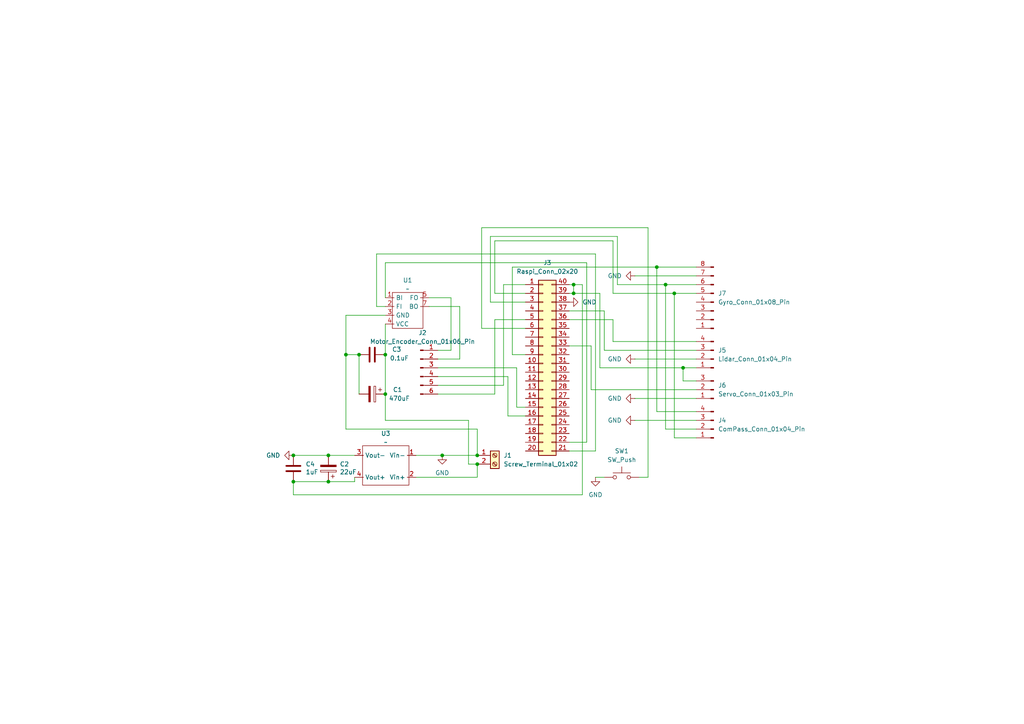
<source format=kicad_sch>
(kicad_sch (version 20250114) (generator "eeschema") (generator_version "9.0")
  (paper "A4")
  (title_block (title "wro-2025-FE") (date "2025-06-15") (rev "0"))
  (lib_symbols
    (symbol "Connector:Conn_01x03_Pin" (pin_names (offset 1.016) (hide yes))
      (property "Reference" "J" (at 0 5.08 0))
      (property "Value" "Conn_01x03_Pin" (at 0 -5.08 0))
      (symbol "Conn_01x03_Pin_1_1"
        (rectangle (start 0.8636 2.667) (end 0 2.413) (stroke (width 0.1524)) (fill (type outline)))
        (rectangle (start 0.8636 0.127) (end 0 -0.127) (stroke (width 0.1524)) (fill (type outline)))
        (rectangle (start 0.8636 -2.413) (end 0 -2.667) (stroke (width 0.1524)) (fill (type outline)))
        (polyline (pts (xy 1.27 2.54) (xy 0.8636 2.54)) (stroke (width 0.1524)))
        (polyline (pts (xy 1.27 0) (xy 0.8636 0)) (stroke (width 0.1524)))
        (polyline (pts (xy 1.27 -2.54) (xy 0.8636 -2.54)) (stroke (width 0.1524)))
        (pin passive line (at 5.08 2.54 180) (length 3.81) (name "Pin_1") (number "1"))
        (pin passive line (at 5.08 0 180) (length 3.81) (name "Pin_2") (number "2"))
        (pin passive line (at 5.08 -2.54 180) (length 3.81) (name "Pin_3") (number "3"))
      )
    )
    (symbol "Connector:Conn_01x04_Pin" (pin_names (offset 1.016) (hide yes))
      (property "Reference" "J" (at 0 5.08 0))
      (property "Value" "Conn_01x04_Pin" (at 0 -7.62 0))
      (symbol "Conn_01x04_Pin_1_1"
        (rectangle (start 0.8636 2.667) (end 0 2.413) (stroke (width 0.1524)) (fill (type outline)))
        (rectangle (start 0.8636 0.127) (end 0 -0.127) (stroke (width 0.1524)) (fill (type outline)))
        (rectangle (start 0.8636 -2.413) (end 0 -2.667) (stroke (width 0.1524)) (fill (type outline)))
        (rectangle (start 0.8636 -4.953) (end 0 -5.207) (stroke (width 0.1524)) (fill (type outline)))
        (polyline (pts (xy 1.27 2.54) (xy 0.8636 2.54)) (stroke (width 0.1524)))
        (polyline (pts (xy 1.27 0) (xy 0.8636 0)) (stroke (width 0.1524)))
        (polyline (pts (xy 1.27 -2.54) (xy 0.8636 -2.54)) (stroke (width 0.1524)))
        (polyline (pts (xy 1.27 -5.08) (xy 0.8636 -5.08)) (stroke (width 0.1524)))
        (pin passive line (at 5.08 2.54 180) (length 3.81) (name "Pin_1") (number "1"))
        (pin passive line (at 5.08 0 180) (length 3.81) (name "Pin_2") (number "2"))
        (pin passive line (at 5.08 -2.54 180) (length 3.81) (name "Pin_3") (number "3"))
        (pin passive line (at 5.08 -5.08 180) (length 3.81) (name "Pin_4") (number "4"))
      )
    )
    (symbol "Connector:Conn_01x06_Pin" (pin_names (offset 1.016) (hide yes))
      (property "Reference" "J" (at 0 7.62 0))
      (property "Value" "Conn_01x06_Pin" (at 0 -10.16 0))
      (symbol "Conn_01x06_Pin_1_1"
        (rectangle (start 0.8636 5.207) (end 0 4.953) (stroke (width 0.1524)) (fill (type outline)))
        (rectangle (start 0.8636 2.667) (end 0 2.413) (stroke (width 0.1524)) (fill (type outline)))
        (rectangle (start 0.8636 0.127) (end 0 -0.127) (stroke (width 0.1524)) (fill (type outline)))
        (rectangle (start 0.8636 -2.413) (end 0 -2.667) (stroke (width 0.1524)) (fill (type outline)))
        (rectangle (start 0.8636 -4.953) (end 0 -5.207) (stroke (width 0.1524)) (fill (type outline)))
        (rectangle (start 0.8636 -7.493) (end 0 -7.747) (stroke (width 0.1524)) (fill (type outline)))
        (polyline (pts (xy 1.27 5.08) (xy 0.8636 5.08)) (stroke (width 0.1524)))
        (polyline (pts (xy 1.27 2.54) (xy 0.8636 2.54)) (stroke (width 0.1524)))
        (polyline (pts (xy 1.27 0) (xy 0.8636 0)) (stroke (width 0.1524)))
        (polyline (pts (xy 1.27 -2.54) (xy 0.8636 -2.54)) (stroke (width 0.1524)))
        (polyline (pts (xy 1.27 -5.08) (xy 0.8636 -5.08)) (stroke (width 0.1524)))
        (polyline (pts (xy 1.27 -7.62) (xy 0.8636 -7.62)) (stroke (width 0.1524)))
        (pin passive line (at 5.08 5.08 180) (length 3.81) (name "Pin_1") (number "1"))
        (pin passive line (at 5.08 2.54 180) (length 3.81) (name "Pin_2") (number "2"))
        (pin passive line (at 5.08 0 180) (length 3.81) (name "Pin_3") (number "3"))
        (pin passive line (at 5.08 -2.54 180) (length 3.81) (name "Pin_4") (number "4"))
        (pin passive line (at 5.08 -5.08 180) (length 3.81) (name "Pin_5") (number "5"))
        (pin passive line (at 5.08 -7.62 180) (length 3.81) (name "Pin_6") (number "6"))
      )
    )
    (symbol "Connector:Conn_01x08_Pin" (pin_names (offset 1.016) (hide yes))
      (property "Reference" "J" (at 0 10.16 0))
      (property "Value" "Conn_01x08_Pin" (at 0 -12.7 0))
      (symbol "Conn_01x08_Pin_1_1"
        (rectangle (start 0.8636 7.747) (end 0 7.493) (stroke (width 0.1524)) (fill (type outline)))
        (rectangle (start 0.8636 5.207) (end 0 4.953) (stroke (width 0.1524)) (fill (type outline)))
        (rectangle (start 0.8636 2.667) (end 0 2.413) (stroke (width 0.1524)) (fill (type outline)))
        (rectangle (start 0.8636 0.127) (end 0 -0.127) (stroke (width 0.1524)) (fill (type outline)))
        (rectangle (start 0.8636 -2.413) (end 0 -2.667) (stroke (width 0.1524)) (fill (type outline)))
        (rectangle (start 0.8636 -4.953) (end 0 -5.207) (stroke (width 0.1524)) (fill (type outline)))
        (rectangle (start 0.8636 -7.493) (end 0 -7.747) (stroke (width 0.1524)) (fill (type outline)))
        (rectangle (start 0.8636 -10.033) (end 0 -10.287) (stroke (width 0.1524)) (fill (type outline)))
        (polyline (pts (xy 1.27 7.62) (xy 0.8636 7.62)) (stroke (width 0.1524)))
        (polyline (pts (xy 1.27 5.08) (xy 0.8636 5.08)) (stroke (width 0.1524)))
        (polyline (pts (xy 1.27 2.54) (xy 0.8636 2.54)) (stroke (width 0.1524)))
        (polyline (pts (xy 1.27 0) (xy 0.8636 0)) (stroke (width 0.1524)))
        (polyline (pts (xy 1.27 -2.54) (xy 0.8636 -2.54)) (stroke (width 0.1524)))
        (polyline (pts (xy 1.27 -5.08) (xy 0.8636 -5.08)) (stroke (width 0.1524)))
        (polyline (pts (xy 1.27 -7.62) (xy 0.8636 -7.62)) (stroke (width 0.1524)))
        (polyline (pts (xy 1.27 -10.16) (xy 0.8636 -10.16)) (stroke (width 0.1524)))
        (pin passive line (at 5.08 7.62 180) (length 3.81) (name "Pin_1") (number "1"))
        (pin passive line (at 5.08 5.08 180) (length 3.81) (name "Pin_2") (number "2"))
        (pin passive line (at 5.08 2.54 180) (length 3.81) (name "Pin_3") (number "3"))
        (pin passive line (at 5.08 0 180) (length 3.81) (name "Pin_4") (number "4"))
        (pin passive line (at 5.08 -2.54 180) (length 3.81) (name "Pin_5") (number "5"))
        (pin passive line (at 5.08 -5.08 180) (length 3.81) (name "Pin_6") (number "6"))
        (pin passive line (at 5.08 -7.62 180) (length 3.81) (name "Pin_7") (number "7"))
        (pin passive line (at 5.08 -10.16 180) (length 3.81) (name "Pin_8") (number "8"))
      )
    )
    (symbol "Connector:Screw_Terminal_01x02" (pin_names (offset 1.016) (hide yes))
      (property "Reference" "J" (at 0 2.54 0))
      (property "Value" "Screw_Terminal_01x02" (at 0 -5.08 0))
      (symbol "Screw_Terminal_01x02_1_1"
        (rectangle (start -1.27 1.27) (end 1.27 -3.81) (stroke (width 0.254)) (fill (type background)))
        (polyline (pts (xy -0.5334 0.3302) (xy 0.3302 -0.508)) (stroke (width 0.1524)))
        (polyline (pts (xy -0.5334 -2.2098) (xy 0.3302 -3.048)) (stroke (width 0.1524)))
        (polyline (pts (xy -0.3556 0.508) (xy 0.508 -0.3302)) (stroke (width 0.1524)))
        (polyline (pts (xy -0.3556 -2.032) (xy 0.508 -2.8702)) (stroke (width 0.1524)))
        (circle (center 0 0) (radius 0.635) (stroke (width 0.1524)))
        (circle (center 0 -2.54) (radius 0.635) (stroke (width 0.1524)))
        (pin passive line (at -5.08 0 0) (length 3.81) (name "Pin_1") (number "1"))
        (pin passive line (at -5.08 -2.54 0) (length 3.81) (name "Pin_2") (number "2"))
      )
    )
    (symbol "Connector_Generic:Conn_02x20_Counter_Clockwise" (pin_names (offset 1.016) (hide yes))
      (property "Reference" "J" (at 1.27 25.4 0))
      (property "Value" "Conn_02x20_Counter_Clockwise" (at 1.27 -27.94 0))
      (symbol "Conn_02x20_Counter_Clockwise_1_1"
        (rectangle (start -1.27 24.13) (end 3.81 -26.67) (stroke (width 0.254)) (fill (type background)))
        (rectangle (start -1.27 22.987) (end 0 22.733) (stroke (width 0.1524)))
        (rectangle (start -1.27 20.447) (end 0 20.193) (stroke (width 0.1524)))
        (rectangle (start -1.27 17.907) (end 0 17.653) (stroke (width 0.1524)))
        (rectangle (start -1.27 15.367) (end 0 15.113) (stroke (width 0.1524)))
        (rectangle (start -1.27 12.827) (end 0 12.573) (stroke (width 0.1524)))
        (rectangle (start -1.27 10.287) (end 0 10.033) (stroke (width 0.1524)))
        (rectangle (start -1.27 7.747) (end 0 7.493) (stroke (width 0.1524)))
        (rectangle (start -1.27 5.207) (end 0 4.953) (stroke (width 0.1524)))
        (rectangle (start -1.27 2.667) (end 0 2.413) (stroke (width 0.1524)))
        (rectangle (start -1.27 0.127) (end 0 -0.127) (stroke (width 0.1524)))
        (rectangle (start -1.27 -2.413) (end 0 -2.667) (stroke (width 0.1524)))
        (rectangle (start -1.27 -4.953) (end 0 -5.207) (stroke (width 0.1524)))
        (rectangle (start -1.27 -7.493) (end 0 -7.747) (stroke (width 0.1524)))
        (rectangle (start -1.27 -10.033) (end 0 -10.287) (stroke (width 0.1524)))
        (rectangle (start -1.27 -12.573) (end 0 -12.827) (stroke (width 0.1524)))
        (rectangle (start -1.27 -15.113) (end 0 -15.367) (stroke (width 0.1524)))
        (rectangle (start -1.27 -17.653) (end 0 -17.907) (stroke (width 0.1524)))
        (rectangle (start -1.27 -20.193) (end 0 -20.447) (stroke (width 0.1524)))
        (rectangle (start -1.27 -22.733) (end 0 -22.987) (stroke (width 0.1524)))
        (rectangle (start -1.27 -25.273) (end 0 -25.527) (stroke (width 0.1524)))
        (rectangle (start 3.81 22.987) (end 2.54 22.733) (stroke (width 0.1524)))
        (rectangle (start 3.81 20.447) (end 2.54 20.193) (stroke (width 0.1524)))
        (rectangle (start 3.81 17.907) (end 2.54 17.653) (stroke (width 0.1524)))
        (rectangle (start 3.81 15.367) (end 2.54 15.113) (stroke (width 0.1524)))
        (rectangle (start 3.81 12.827) (end 2.54 12.573) (stroke (width 0.1524)))
        (rectangle (start 3.81 10.287) (end 2.54 10.033) (stroke (width 0.1524)))
        (rectangle (start 3.81 7.747) (end 2.54 7.493) (stroke (width 0.1524)))
        (rectangle (start 3.81 5.207) (end 2.54 4.953) (stroke (width 0.1524)))
        (rectangle (start 3.81 2.667) (end 2.54 2.413) (stroke (width 0.1524)))
        (rectangle (start 3.81 0.127) (end 2.54 -0.127) (stroke (width 0.1524)))
        (rectangle (start 3.81 -2.413) (end 2.54 -2.667) (stroke (width 0.1524)))
        (rectangle (start 3.81 -4.953) (end 2.54 -5.207) (stroke (width 0.1524)))
        (rectangle (start 3.81 -7.493) (end 2.54 -7.747) (stroke (width 0.1524)))
        (rectangle (start 3.81 -10.033) (end 2.54 -10.287) (stroke (width 0.1524)))
        (rectangle (start 3.81 -12.573) (end 2.54 -12.827) (stroke (width 0.1524)))
        (rectangle (start 3.81 -15.113) (end 2.54 -15.367) (stroke (width 0.1524)))
        (rectangle (start 3.81 -17.653) (end 2.54 -17.907) (stroke (width 0.1524)))
        (rectangle (start 3.81 -20.193) (end 2.54 -20.447) (stroke (width 0.1524)))
        (rectangle (start 3.81 -22.733) (end 2.54 -22.987) (stroke (width 0.1524)))
        (rectangle (start 3.81 -25.273) (end 2.54 -25.527) (stroke (width 0.1524)))
        (pin passive line (at -5.08 22.86 0) (length 3.81) (name "Pin_1") (number "1"))
        (pin passive line (at -5.08 20.32 0) (length 3.81) (name "Pin_2") (number "2"))
        (pin passive line (at -5.08 17.78 0) (length 3.81) (name "Pin_3") (number "3"))
        (pin passive line (at -5.08 15.24 0) (length 3.81) (name "Pin_4") (number "4"))
        (pin passive line (at -5.08 12.7 0) (length 3.81) (name "Pin_5") (number "5"))
        (pin passive line (at -5.08 10.16 0) (length 3.81) (name "Pin_6") (number "6"))
        (pin passive line (at -5.08 7.62 0) (length 3.81) (name "Pin_7") (number "7"))
        (pin passive line (at -5.08 5.08 0) (length 3.81) (name "Pin_8") (number "8"))
        (pin passive line (at -5.08 2.54 0) (length 3.81) (name "Pin_9") (number "9"))
        (pin passive line (at -5.08 0 0) (length 3.81) (name "Pin_10") (number "10"))
        (pin passive line (at -5.08 -2.54 0) (length 3.81) (name "Pin_11") (number "11"))
        (pin passive line (at -5.08 -5.08 0) (length 3.81) (name "Pin_12") (number "12"))
        (pin passive line (at -5.08 -7.62 0) (length 3.81) (name "Pin_13") (number "13"))
        (pin passive line (at -5.08 -10.16 0) (length 3.81) (name "Pin_14") (number "14"))
        (pin passive line (at -5.08 -12.7 0) (length 3.81) (name "Pin_15") (number "15"))
        (pin passive line (at -5.08 -15.24 0) (length 3.81) (name "Pin_16") (number "16"))
        (pin passive line (at -5.08 -17.78 0) (length 3.81) (name "Pin_17") (number "17"))
        (pin passive line (at -5.08 -20.32 0) (length 3.81) (name "Pin_18") (number "18"))
        (pin passive line (at -5.08 -22.86 0) (length 3.81) (name "Pin_19") (number "19"))
        (pin passive line (at -5.08 -25.4 0) (length 3.81) (name "Pin_20") (number "20"))
        (pin passive line (at 7.62 22.86 180) (length 3.81) (name "Pin_40") (number "40"))
        (pin passive line (at 7.62 20.32 180) (length 3.81) (name "Pin_39") (number "39"))
        (pin passive line (at 7.62 17.78 180) (length 3.81) (name "Pin_38") (number "38"))
        (pin passive line (at 7.62 15.24 180) (length 3.81) (name "Pin_37") (number "37"))
        (pin passive line (at 7.62 12.7 180) (length 3.81) (name "Pin_36") (number "36"))
        (pin passive line (at 7.62 10.16 180) (length 3.81) (name "Pin_35") (number "35"))
        (pin passive line (at 7.62 7.62 180) (length 3.81) (name "Pin_34") (number "34"))
        (pin passive line (at 7.62 5.08 180) (length 3.81) (name "Pin_33") (number "33"))
        (pin passive line (at 7.62 2.54 180) (length 3.81) (name "Pin_32") (number "32"))
        (pin passive line (at 7.62 0 180) (length 3.81) (name "Pin_31") (number "31"))
        (pin passive line (at 7.62 -2.54 180) (length 3.81) (name "Pin_30") (number "30"))
        (pin passive line (at 7.62 -5.08 180) (length 3.81) (name "Pin_29") (number "29"))
        (pin passive line (at 7.62 -7.62 180) (length 3.81) (name "Pin_28") (number "28"))
        (pin passive line (at 7.62 -10.16 180) (length 3.81) (name "Pin_27") (number "27"))
        (pin passive line (at 7.62 -12.7 180) (length 3.81) (name "Pin_26") (number "26"))
        (pin passive line (at 7.62 -15.24 180) (length 3.81) (name "Pin_25") (number "25"))
        (pin passive line (at 7.62 -17.78 180) (length 3.81) (name "Pin_24") (number "24"))
        (pin passive line (at 7.62 -20.32 180) (length 3.81) (name "Pin_23") (number "23"))
        (pin passive line (at 7.62 -22.86 180) (length 3.81) (name "Pin_22") (number "22"))
        (pin passive line (at 7.62 -25.4 180) (length 3.81) (name "Pin_21") (number "21"))
      )
    )
    (symbol "Device:C" (pin_numbers (hide yes)) (pin_names (offset 0.254))
      (property "Reference" "C" (at 0.635 2.54 0))
      (property "Value" "C" (at 0.635 -2.54 0))
      (symbol "C_0_1"
        (polyline (pts (xy -2.032 0.762) (xy 2.032 0.762)) (stroke (width 0.508)))
        (polyline (pts (xy -2.032 -0.762) (xy 2.032 -0.762)) (stroke (width 0.508)))
      )
      (symbol "C_1_1"
        (pin passive line (at 0 3.81 270) (length 2.794) (name "~") (number "1"))
        (pin passive line (at 0 -3.81 90) (length 2.794) (name "~") (number "2"))
      )
    )
    (symbol "Device:C_Polarized" (pin_numbers (hide yes)) (pin_names (offset 0.254))
      (property "Reference" "C" (at 0.635 2.54 0))
      (property "Value" "C_Polarized" (at 0.635 -2.54 0))
      (symbol "C_Polarized_0_1"
        (rectangle (start -2.286 0.508) (end 2.286 1.016))
        (polyline (pts (xy -1.778 2.286) (xy -0.762 2.286)))
        (polyline (pts (xy -1.27 2.794) (xy -1.27 1.778)))
        (rectangle (start 2.286 -0.508) (end -2.286 -1.016) (fill (type outline)))
      )
      (symbol "C_Polarized_1_1"
        (pin passive line (at 0 3.81 270) (length 2.794) (name "~") (number "1"))
        (pin passive line (at 0 -3.81 90) (length 2.794) (name "~") (number "2"))
      )
    )
    (symbol "Switch:SW_Push" (pin_numbers (hide yes)) (pin_names (offset 1.016) (hide yes))
      (property "Reference" "SW" (at 1.27 2.54 0))
      (property "Value" "SW_Push" (at 0 -1.524 0))
      (symbol "SW_Push_0_1"
        (circle (center -2.032 0) (radius 0.508))
        (polyline (pts (xy 0 1.27) (xy 0 3.048)))
        (circle (center 2.032 0) (radius 0.508))
        (polyline (pts (xy 2.54 1.27) (xy -2.54 1.27)))
        (pin passive line (at -5.08 0 0) (length 2.54) (name "1") (number "1"))
        (pin passive line (at 5.08 0 180) (length 2.54) (name "2") (number "2"))
      )
    )
    (symbol "custom:TA6586"
      (property "Reference" "U" (at 0 0 0))
      (symbol "TA6586_0_1"
        (rectangle (start -4.318 5.334) (end 4.572 -5.08))
      )
      (symbol "TA6586_1_1"
        (pin input line (at -6.35 3.81 0) (length 2.54) (name "BI") (number "1"))
        (pin input line (at -6.35 1.27 0) (length 2.54) (name "FI") (number "2"))
        (pin power_in line (at -6.35 -1.27 0) (length 2.54) (name "GND") (number "3"))
        (pin power_in line (at -6.35 -3.81 0) (length 2.54) (name "VCC") (number "4"))
        (pin power_out line (at 6.35 3.81 180) (length 2.54) (name "FO") (number "5"))
        (pin power_out line (at 6.35 1.27 180) (length 2.54) (name "BO") (number "7"))
      )
    )
    (symbol "custom:voltage_regulator"
      (property "Reference" "U" (at 0 0 0))
      (symbol "voltage_regulator_0_1"
        (rectangle (start -6.604 5.334) (end 6.858 -6.096))
      )
      (symbol "voltage_regulator_1_1"
        (pin power_out line (at -8.89 2.54 0) (length 2.54) (name "Vout-") (number "3"))
        (pin power_out line (at -8.89 -3.81 0) (length 2.54) (name "Vout+") (number "4"))
        (pin power_in line (at 8.89 2.54 180) (length 2.54) (name "Vin-") (number "1"))
        (pin power_in line (at 8.89 -3.81 180) (length 2.54) (name "Vin+") (number "2"))
      )
    )
    (symbol "power:GND" (power) (pin_numbers (hide yes)) (pin_names (offset 0) (hide yes))
      (property "Value" "GND" (at 0 -3.81 0))
      (symbol "GND_0_1"
        (polyline (pts (xy 0 0) (xy 0 -1.27) (xy 1.27 -1.27) (xy 0 -2.54) (xy -1.27 -1.27) (xy 0 -1.27)))
      )
      (symbol "GND_1_1"
        (pin power_in line (at 0 0 270) (length 0) (name "~") (number "1"))
      )
    )
  )
  (junction (at 166.37 82.55))
  (junction (at 100.33 102.87))
  (junction (at 85.09 139.7))
  (junction (at 111.76 102.87))
  (junction (at 104.14 102.87))
  (junction (at 85.09 132.08))
  (junction (at 195.58 85.09))
  (junction (at 128.27 132.08))
  (junction (at 95.25 132.08))
  (junction (at 190.5 77.47))
  (junction (at 138.43 132.08))
  (junction (at 166.37 85.09))
  (junction (at 111.76 114.3))
  (junction (at 138.43 134.62))
  (junction (at 95.25 139.7))
  (junction (at 193.04 82.55))
  (junction (at 198.12 106.68))
  (wire (pts (xy 177.8 69.85) (xy 143.51 69.85)))
  (wire (pts (xy 195.58 85.09) (xy 195.58 127)))
  (wire (pts (xy 111.76 121.92) (xy 135.89 121.92)))
  (wire (pts (xy 198.12 106.68) (xy 198.12 110.49)))
  (wire (pts (xy 111.76 93.98) (xy 111.76 102.87)))
  (wire (pts (xy 143.51 85.09) (xy 152.4 85.09)))
  (wire (pts (xy 193.04 82.55) (xy 193.04 124.46)))
  (wire (pts (xy 198.12 106.68) (xy 201.93 106.68)))
  (wire (pts (xy 190.5 119.38) (xy 201.93 119.38)))
  (wire (pts (xy 143.51 92.71) (xy 152.4 92.71)))
  (wire (pts (xy 100.33 102.87) (xy 104.14 102.87)))
  (wire (pts (xy 130.81 101.6) (xy 127 101.6)))
  (wire (pts (xy 147.32 109.22) (xy 147.32 120.65)))
  (wire (pts (xy 147.32 120.65) (xy 152.4 120.65)))
  (wire (pts (xy 120.65 138.43) (xy 138.43 138.43)))
  (wire (pts (xy 165.1 130.81) (xy 172.72 130.81)))
  (wire (pts (xy 166.37 82.55) (xy 165.1 82.55)))
  (wire (pts (xy 142.24 87.63) (xy 152.4 87.63)))
  (wire (pts (xy 166.37 82.55) (xy 166.37 85.09)))
  (wire (pts (xy 102.87 138.43) (xy 102.87 139.7)))
  (wire (pts (xy 165.1 85.09) (xy 166.37 85.09)))
  (wire (pts (xy 170.18 76.2) (xy 170.18 128.27)))
  (wire (pts (xy 135.89 134.62) (xy 138.43 134.62)))
  (wire (pts (xy 85.09 139.7) (xy 95.25 139.7)))
  (wire (pts (xy 142.24 68.58) (xy 142.24 87.63)))
  (wire (pts (xy 148.59 102.87) (xy 152.4 102.87)))
  (wire (pts (xy 127 114.3) (xy 143.51 114.3)))
  (wire (pts (xy 100.33 91.44) (xy 100.33 102.87)))
  (wire (pts (xy 201.93 82.55) (xy 193.04 82.55)))
  (wire (pts (xy 130.81 86.36) (xy 130.81 101.6)))
  (wire (pts (xy 102.87 139.7) (xy 95.25 139.7)))
  (wire (pts (xy 166.37 85.09) (xy 173.99 85.09)))
  (wire (pts (xy 128.27 132.08) (xy 138.43 132.08)))
  (wire (pts (xy 179.07 82.55) (xy 179.07 68.58)))
  (wire (pts (xy 187.96 138.43) (xy 185.42 138.43)))
  (wire (pts (xy 139.7 95.25) (xy 139.7 66.04)))
  (wire (pts (xy 187.96 66.04) (xy 187.96 138.43)))
  (wire (pts (xy 184.15 104.14) (xy 201.93 104.14)))
  (wire (pts (xy 171.45 100.33) (xy 171.45 113.03)))
  (wire (pts (xy 173.99 106.68) (xy 198.12 106.68)))
  (wire (pts (xy 172.72 73.66) (xy 172.72 130.81)))
  (wire (pts (xy 111.76 114.3) (xy 111.76 121.92)))
  (wire (pts (xy 138.43 124.46) (xy 138.43 132.08)))
  (wire (pts (xy 190.5 77.47) (xy 190.5 119.38)))
  (wire (pts (xy 111.76 88.9) (xy 109.22 88.9)))
  (wire (pts (xy 85.09 139.7) (xy 85.09 143.51)))
  (wire (pts (xy 109.22 88.9) (xy 109.22 73.66)))
  (wire (pts (xy 195.58 127) (xy 201.93 127)))
  (wire (pts (xy 127 111.76) (xy 146.05 111.76)))
  (wire (pts (xy 170.18 128.27) (xy 165.1 128.27)))
  (wire (pts (xy 120.65 132.08) (xy 128.27 132.08)))
  (wire (pts (xy 190.5 77.47) (xy 148.59 77.47)))
  (wire (pts (xy 201.93 77.47) (xy 190.5 77.47)))
  (wire (pts (xy 201.93 85.09) (xy 195.58 85.09)))
  (wire (pts (xy 127 106.68) (xy 149.86 106.68)))
  (wire (pts (xy 184.15 121.92) (xy 201.93 121.92)))
  (wire (pts (xy 135.89 121.92) (xy 135.89 134.62)))
  (wire (pts (xy 124.46 88.9) (xy 133.35 88.9)))
  (wire (pts (xy 143.51 114.3) (xy 143.51 92.71)))
  (wire (pts (xy 184.15 115.57) (xy 201.93 115.57)))
  (wire (pts (xy 146.05 111.76) (xy 146.05 82.55)))
  (wire (pts (xy 139.7 66.04) (xy 187.96 66.04)))
  (wire (pts (xy 100.33 102.87) (xy 100.33 124.46)))
  (wire (pts (xy 146.05 82.55) (xy 152.4 82.55)))
  (wire (pts (xy 177.8 92.71) (xy 177.8 99.06)))
  (wire (pts (xy 168.91 143.51) (xy 168.91 82.55)))
  (wire (pts (xy 172.72 138.43) (xy 175.26 138.43)))
  (wire (pts (xy 104.14 102.87) (xy 104.14 114.3)))
  (wire (pts (xy 152.4 95.25) (xy 139.7 95.25)))
  (wire (pts (xy 184.15 80.01) (xy 201.93 80.01)))
  (wire (pts (xy 133.35 88.9) (xy 133.35 104.14)))
  (wire (pts (xy 177.8 99.06) (xy 201.93 99.06)))
  (wire (pts (xy 143.51 69.85) (xy 143.51 85.09)))
  (wire (pts (xy 168.91 82.55) (xy 166.37 82.55)))
  (wire (pts (xy 175.26 101.6) (xy 201.93 101.6)))
  (wire (pts (xy 109.22 73.66) (xy 172.72 73.66)))
  (wire (pts (xy 165.1 90.17) (xy 175.26 90.17)))
  (wire (pts (xy 85.09 143.51) (xy 168.91 143.51)))
  (wire (pts (xy 177.8 69.85) (xy 177.8 85.09)))
  (wire (pts (xy 179.07 82.55) (xy 193.04 82.55)))
  (wire (pts (xy 165.1 100.33) (xy 171.45 100.33)))
  (wire (pts (xy 165.1 92.71) (xy 177.8 92.71)))
  (wire (pts (xy 95.25 132.08) (xy 102.87 132.08)))
  (wire (pts (xy 175.26 90.17) (xy 175.26 101.6)))
  (wire (pts (xy 149.86 106.68) (xy 149.86 118.11)))
  (wire (pts (xy 100.33 91.44) (xy 111.76 91.44)))
  (wire (pts (xy 127 109.22) (xy 147.32 109.22)))
  (wire (pts (xy 111.76 102.87) (xy 111.76 114.3)))
  (wire (pts (xy 149.86 118.11) (xy 152.4 118.11)))
  (wire (pts (xy 124.46 86.36) (xy 130.81 86.36)))
  (wire (pts (xy 111.76 76.2) (xy 170.18 76.2)))
  (wire (pts (xy 171.45 113.03) (xy 201.93 113.03)))
  (wire (pts (xy 193.04 124.46) (xy 201.93 124.46)))
  (wire (pts (xy 138.43 138.43) (xy 138.43 134.62)))
  (wire (pts (xy 177.8 85.09) (xy 195.58 85.09)))
  (wire (pts (xy 148.59 77.47) (xy 148.59 102.87)))
  (wire (pts (xy 100.33 124.46) (xy 138.43 124.46)))
  (wire (pts (xy 133.35 104.14) (xy 127 104.14)))
  (wire (pts (xy 198.12 110.49) (xy 201.93 110.49)))
  (wire (pts (xy 173.99 85.09) (xy 173.99 106.68)))
  (wire (pts (xy 85.09 132.08) (xy 95.25 132.08)))
  (wire (pts (xy 179.07 68.58) (xy 142.24 68.58)))
  (wire (pts (xy 111.76 86.36) (xy 111.76 76.2)))
  (symbol (lib_id "custom:voltage_regulator") (at 111.76 134.62 0) (unit 1)
    (property "Reference" "U3" (at 111.887 125.73 0))
    (property "Value" "~" (at 111.887 128.27 0))
    (property "Footprint" "wro-fe-25:Voltage_Regulator_MP1584" (effects (hide yes)))
  )
  (symbol (lib_id "power:GND") (at 128.27 132.08 0) (unit 1)
    (property "Reference" "#PWR02" (effects (hide yes)))
    (property "Value" "GND" (at 128.27 137.16 0))
    (property "Description" "Power symbol creates a global label with name \"GND\" , ground" (effects (hide yes)))
  )
  (symbol (lib_id "custom:TA6586") (at 118.11 90.17 0) (unit 1)
    (property "Reference" "U1" (at 118.237 81.28 0))
    (property "Value" "~" (at 118.237 83.82 0))
    (property "Footprint" "Package_DIP:DIP-8_W7.62mm" (effects (hide yes)))
  )
  (symbol (lib_id "power:GND") (at 184.15 104.14 270) (unit 1)
    (property "Reference" "#PWR05" (effects (hide yes)))
    (property "Value" "GND" (at 180.34 104.1399 90) (effects (justify right)))
    (property "Description" "Power symbol creates a global label with name \"GND\" , ground" (effects (hide yes)))
  )
  (symbol (lib_id "Connector_Generic:Conn_02x20_Counter_Clockwise") (at 157.48 105.41 0) (unit 1)
    (property "Reference" "J3" (at 158.75 76.2 0))
    (property "Value" "Raspi_Conn_02x20" (at 158.75 78.74 0))
    (property "Footprint" "Connector_PinHeader_2.54mm:PinHeader_2x20_P2.54mm_Vertical_SMD" (effects (hide yes)))
    (property "Description" "Generic connector, double row, 02x20, counter clockwise pin numbering scheme (similar to DIP package numbering), script generated (kicad-library-utils/schlib/autogen/connector/)" (effects (hide yes)))
  )
  (symbol (lib_id "power:GND") (at 165.1 87.63 90) (unit 1)
    (property "Reference" "#PWR03" (effects (hide yes)))
    (property "Value" "GND" (at 168.91 87.6299 90) (effects (justify right)))
    (property "Description" "Power symbol creates a global label with name \"GND\" , ground" (effects (hide yes)))
  )
  (symbol (lib_id "Connector:Conn_01x06_Pin") (at 121.92 106.68 0) (unit 1)
    (property "Reference" "J2" (at 122.555 96.52 0))
    (property "Value" "Motor_Encoder_Conn_01x06_Pin" (at 122.555 99.06 0))
    (property "Footprint" "Connector_PinHeader_2.54mm:PinHeader_1x06_P2.54mm_Vertical" (effects (hide yes)))
    (property "Description" "Generic connector, single row, 01x06, script generated" (effects (hide yes)))
  )
  (symbol (lib_id "Device:C") (at 85.09 135.89 0) (unit 1)
    (property "Reference" "C4" (at 88.646 134.62 0) (effects (justify left)))
    (property "Value" "1uF" (at 88.646 136.906 0) (effects (justify left)))
    (property "Footprint" "Capacitor_THT:C_Disc_D4.3mm_W1.9mm_P5.00mm" (effects (hide yes)))
    (property "Description" "Unpolarized capacitor" (effects (hide yes)))
  )
  (symbol (lib_id "power:GND") (at 85.09 132.08 270) (unit 1)
    (property "Reference" "#PWR01" (effects (hide yes)))
    (property "Value" "GND" (at 81.28 132.0799 90) (effects (justify right)))
    (property "Description" "Power symbol creates a global label with name \"GND\" , ground" (effects (hide yes)))
  )
  (symbol (lib_id "Switch:SW_Push") (at 180.34 138.43 0) (unit 1)
    (property "Reference" "SW1" (at 180.34 130.81 0))
    (property "Value" "SW_Push" (at 180.34 133.35 0))
    (property "Footprint" "wro-fe-25:Tact_Switch_TL59AF160Q_E-Switch" (effects (hide yes)))
    (property "Description" "Push button switch, generic, two pins" (effects (hide yes)))
  )
  (symbol (lib_id "Connector:Screw_Terminal_01x02") (at 143.51 132.08 0) (unit 1)
    (property "Reference" "J1" (at 146.05 132.0799 0) (effects (justify left)))
    (property "Value" "Screw_Terminal_01x02" (at 146.05 134.6199 0) (effects (justify left)))
    (property "Footprint" "TerminalBlock_TE-Connectivity:TerminalBlock_TE_282834-2_1x02_P5.08mm_Horizontal" (effects (hide yes)))
    (property "Description" "Generic screw terminal, single row, 01x02, script generated (kicad-library-utils/schlib/autogen/connector/)" (effects (hide yes)))
  )
  (symbol (lib_id "power:GND") (at 184.15 80.01 270) (unit 1)
    (property "Reference" "#PWR04" (effects (hide yes)))
    (property "Value" "GND" (at 180.34 80.0099 90) (effects (justify right)))
    (property "Description" "Power symbol creates a global label with name \"GND\" , ground" (effects (hide yes)))
  )
  (symbol (lib_id "power:GND") (at 184.15 115.57 270) (unit 1)
    (property "Reference" "#PWR06" (effects (hide yes)))
    (property "Value" "GND" (at 180.34 115.5699 90) (effects (justify right)))
    (property "Description" "Power symbol creates a global label with name \"GND\" , ground" (effects (hide yes)))
  )
  (symbol (lib_id "Connector:Conn_01x03_Pin") (at 207.01 113.03 180) (unit 1)
    (property "Reference" "J6" (at 208.28 111.7599 0) (effects (justify right)))
    (property "Value" "Servo_Conn_01x03_Pin" (at 208.28 114.2999 0) (effects (justify right)))
    (property "Footprint" "Connector_PinHeader_2.54mm:PinHeader_1x03_P2.54mm_Vertical" (effects (hide yes)))
    (property "Description" "Generic connector, single row, 01x03, script generated" (effects (hide yes)))
  )
  (symbol (lib_id "Device:C_Polarized") (at 95.25 135.89 180) (unit 1)
    (property "Reference" "C2" (at 98.552 134.62 0) (effects (justify right)))
    (property "Value" "22uF" (at 98.552 136.906 0) (effects (justify right)))
    (property "Footprint" "Capacitor_THT:CP_Radial_D5.0mm_P2.50mm" (effects (hide yes)))
    (property "Description" "Polarized capacitor" (effects (hide yes)))
  )
  (symbol (lib_id "power:GND") (at 184.15 121.92 270) (unit 1)
    (property "Reference" "#PWR08" (effects (hide yes)))
    (property "Value" "GND" (at 180.34 121.9199 90) (effects (justify right)))
    (property "Description" "Power symbol creates a global label with name \"GND\" , ground" (effects (hide yes)))
  )
  (symbol (lib_id "Connector:Conn_01x08_Pin") (at 207.01 87.63 180) (unit 1)
    (property "Reference" "J7" (at 208.28 85.0899 0) (effects (justify right)))
    (property "Value" "Gyro_Conn_01x08_Pin" (at 208.28 87.6299 0) (effects (justify right)))
    (property "Footprint" "Connector_PinHeader_2.54mm:PinHeader_1x08_P2.54mm_Vertical" (effects (hide yes)))
    (property "Description" "Generic connector, single row, 01x08, script generated" (effects (hide yes)))
  )
  (symbol (lib_id "Connector:Conn_01x04_Pin") (at 207.01 124.46 180) (unit 1)
    (property "Reference" "J4" (at 208.28 121.9199 0) (effects (justify right)))
    (property "Value" "ComPass_Conn_01x04_Pin" (at 208.28 124.4599 0) (effects (justify right)))
    (property "Footprint" "Connector_PinHeader_2.54mm:PinHeader_1x04_P2.54mm_Vertical" (effects (hide yes)))
    (property "Description" "Generic connector, single row, 01x04, script generated" (effects (hide yes)))
  )
  (symbol (lib_id "power:GND") (at 172.72 138.43 0) (unit 1)
    (property "Reference" "#PWR07" (effects (hide yes)))
    (property "Value" "GND" (at 172.72 143.51 0))
    (property "Description" "Power symbol creates a global label with name \"GND\" , ground" (effects (hide yes)))
  )
  (symbol (lib_id "Device:C_Polarized") (at 107.95 114.3 270) (unit 1)
    (property "Reference" "C1" (at 115.316 113.03 90))
    (property "Value" "470uF" (at 115.824 115.57 90))
    (property "Footprint" "Capacitor_THT:CP_Radial_D10.0mm_P5.00mm" (effects (hide yes)))
    (property "Description" "Polarized capacitor" (effects (hide yes)))
  )
  (symbol (lib_id "Connector:Conn_01x04_Pin") (at 207.01 104.14 180) (unit 1)
    (property "Reference" "J5" (at 208.28 101.5999 0) (effects (justify right)))
    (property "Value" "Lidar_Conn_01x04_Pin" (at 208.28 104.1399 0) (effects (justify right)))
    (property "Footprint" "Connector_PinHeader_2.54mm:PinHeader_1x04_P2.54mm_Vertical" (effects (hide yes)))
    (property "Description" "Generic connector, single row, 01x04, script generated" (effects (hide yes)))
  )
  (symbol (lib_id "Device:C") (at 107.95 102.87 90) (unit 1)
    (property "Reference" "C3" (at 115.062 101.346 90))
    (property "Value" "0.1uF" (at 115.824 103.886 90))
    (property "Footprint" "Capacitor_THT:C_Disc_D4.3mm_W1.9mm_P5.00mm" (effects (hide yes)))
    (property "Description" "Unpolarized capacitor" (effects (hide yes)))
  )
)
</source>
